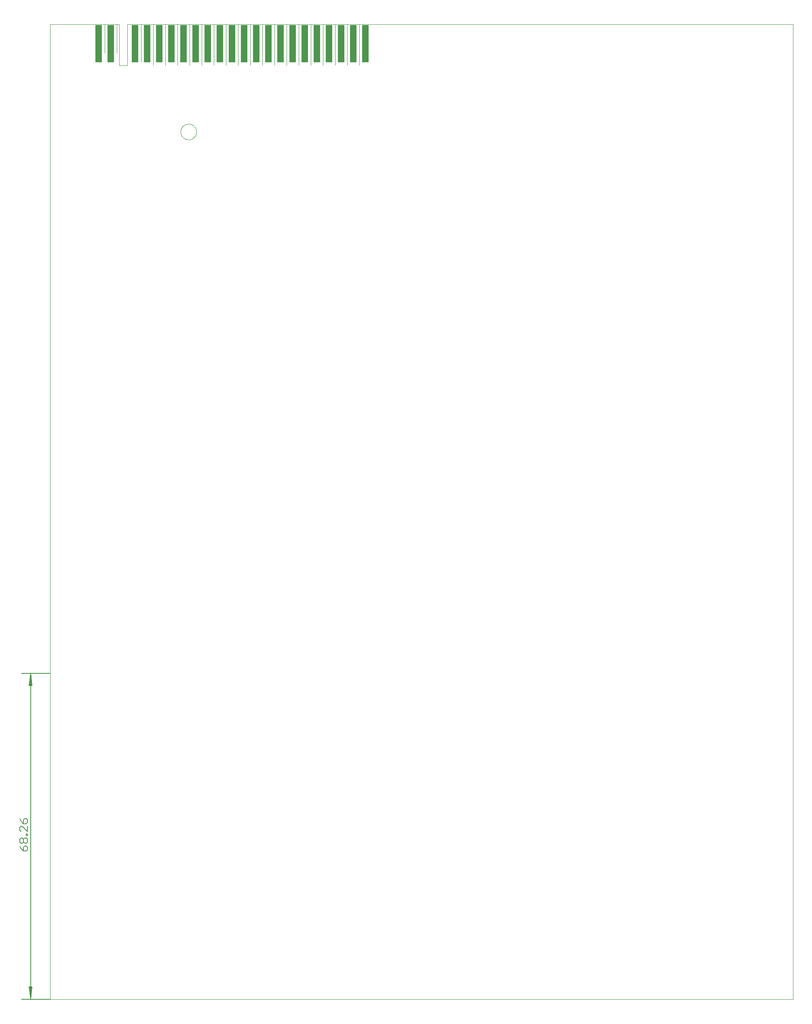
<source format=gbp>
G75*
%MOIN*%
%OFA0B0*%
%FSLAX25Y25*%
%IPPOS*%
%LPD*%
%AMOC8*
5,1,8,0,0,1.08239X$1,22.5*
%
%ADD10C,0.00000*%
%ADD11C,0.00512*%
%ADD12C,0.00600*%
%ADD13R,0.05600X0.31000*%
D10*
X0028845Y0033933D02*
X0028845Y0837683D01*
X0073845Y0837683D01*
X0073845Y0813933D01*
X0083845Y0813933D02*
X0083845Y0837683D01*
X0073845Y0837683D01*
X0083845Y0837683D02*
X0085755Y0837683D01*
X0085755Y0803500D01*
X0092398Y0803500D01*
X0092398Y0837683D01*
X0103845Y0837683D01*
X0103845Y0806433D01*
X0113845Y0803933D02*
X0113845Y0837683D01*
X0103845Y0837683D02*
X0641266Y0837683D01*
X0641266Y0033933D01*
X0028845Y0033933D01*
X0136345Y0748933D02*
X0136347Y0749094D01*
X0136353Y0749254D01*
X0136363Y0749415D01*
X0136377Y0749575D01*
X0136395Y0749735D01*
X0136416Y0749894D01*
X0136442Y0750053D01*
X0136472Y0750211D01*
X0136505Y0750368D01*
X0136543Y0750525D01*
X0136584Y0750680D01*
X0136629Y0750834D01*
X0136678Y0750987D01*
X0136731Y0751139D01*
X0136787Y0751290D01*
X0136848Y0751439D01*
X0136911Y0751587D01*
X0136979Y0751733D01*
X0137050Y0751877D01*
X0137124Y0752019D01*
X0137202Y0752160D01*
X0137284Y0752298D01*
X0137369Y0752435D01*
X0137457Y0752569D01*
X0137549Y0752701D01*
X0137644Y0752831D01*
X0137742Y0752959D01*
X0137843Y0753084D01*
X0137947Y0753206D01*
X0138054Y0753326D01*
X0138164Y0753443D01*
X0138277Y0753558D01*
X0138393Y0753669D01*
X0138512Y0753778D01*
X0138633Y0753883D01*
X0138757Y0753986D01*
X0138883Y0754086D01*
X0139011Y0754182D01*
X0139142Y0754275D01*
X0139276Y0754365D01*
X0139411Y0754452D01*
X0139549Y0754535D01*
X0139688Y0754615D01*
X0139830Y0754691D01*
X0139973Y0754764D01*
X0140118Y0754833D01*
X0140265Y0754899D01*
X0140413Y0754961D01*
X0140563Y0755019D01*
X0140714Y0755074D01*
X0140867Y0755125D01*
X0141021Y0755172D01*
X0141176Y0755215D01*
X0141332Y0755254D01*
X0141488Y0755290D01*
X0141646Y0755321D01*
X0141804Y0755349D01*
X0141963Y0755373D01*
X0142123Y0755393D01*
X0142283Y0755409D01*
X0142443Y0755421D01*
X0142604Y0755429D01*
X0142765Y0755433D01*
X0142925Y0755433D01*
X0143086Y0755429D01*
X0143247Y0755421D01*
X0143407Y0755409D01*
X0143567Y0755393D01*
X0143727Y0755373D01*
X0143886Y0755349D01*
X0144044Y0755321D01*
X0144202Y0755290D01*
X0144358Y0755254D01*
X0144514Y0755215D01*
X0144669Y0755172D01*
X0144823Y0755125D01*
X0144976Y0755074D01*
X0145127Y0755019D01*
X0145277Y0754961D01*
X0145425Y0754899D01*
X0145572Y0754833D01*
X0145717Y0754764D01*
X0145860Y0754691D01*
X0146002Y0754615D01*
X0146141Y0754535D01*
X0146279Y0754452D01*
X0146414Y0754365D01*
X0146548Y0754275D01*
X0146679Y0754182D01*
X0146807Y0754086D01*
X0146933Y0753986D01*
X0147057Y0753883D01*
X0147178Y0753778D01*
X0147297Y0753669D01*
X0147413Y0753558D01*
X0147526Y0753443D01*
X0147636Y0753326D01*
X0147743Y0753206D01*
X0147847Y0753084D01*
X0147948Y0752959D01*
X0148046Y0752831D01*
X0148141Y0752701D01*
X0148233Y0752569D01*
X0148321Y0752435D01*
X0148406Y0752298D01*
X0148488Y0752160D01*
X0148566Y0752019D01*
X0148640Y0751877D01*
X0148711Y0751733D01*
X0148779Y0751587D01*
X0148842Y0751439D01*
X0148903Y0751290D01*
X0148959Y0751139D01*
X0149012Y0750987D01*
X0149061Y0750834D01*
X0149106Y0750680D01*
X0149147Y0750525D01*
X0149185Y0750368D01*
X0149218Y0750211D01*
X0149248Y0750053D01*
X0149274Y0749894D01*
X0149295Y0749735D01*
X0149313Y0749575D01*
X0149327Y0749415D01*
X0149337Y0749254D01*
X0149343Y0749094D01*
X0149345Y0748933D01*
X0149343Y0748772D01*
X0149337Y0748612D01*
X0149327Y0748451D01*
X0149313Y0748291D01*
X0149295Y0748131D01*
X0149274Y0747972D01*
X0149248Y0747813D01*
X0149218Y0747655D01*
X0149185Y0747498D01*
X0149147Y0747341D01*
X0149106Y0747186D01*
X0149061Y0747032D01*
X0149012Y0746879D01*
X0148959Y0746727D01*
X0148903Y0746576D01*
X0148842Y0746427D01*
X0148779Y0746279D01*
X0148711Y0746133D01*
X0148640Y0745989D01*
X0148566Y0745847D01*
X0148488Y0745706D01*
X0148406Y0745568D01*
X0148321Y0745431D01*
X0148233Y0745297D01*
X0148141Y0745165D01*
X0148046Y0745035D01*
X0147948Y0744907D01*
X0147847Y0744782D01*
X0147743Y0744660D01*
X0147636Y0744540D01*
X0147526Y0744423D01*
X0147413Y0744308D01*
X0147297Y0744197D01*
X0147178Y0744088D01*
X0147057Y0743983D01*
X0146933Y0743880D01*
X0146807Y0743780D01*
X0146679Y0743684D01*
X0146548Y0743591D01*
X0146414Y0743501D01*
X0146279Y0743414D01*
X0146141Y0743331D01*
X0146002Y0743251D01*
X0145860Y0743175D01*
X0145717Y0743102D01*
X0145572Y0743033D01*
X0145425Y0742967D01*
X0145277Y0742905D01*
X0145127Y0742847D01*
X0144976Y0742792D01*
X0144823Y0742741D01*
X0144669Y0742694D01*
X0144514Y0742651D01*
X0144358Y0742612D01*
X0144202Y0742576D01*
X0144044Y0742545D01*
X0143886Y0742517D01*
X0143727Y0742493D01*
X0143567Y0742473D01*
X0143407Y0742457D01*
X0143247Y0742445D01*
X0143086Y0742437D01*
X0142925Y0742433D01*
X0142765Y0742433D01*
X0142604Y0742437D01*
X0142443Y0742445D01*
X0142283Y0742457D01*
X0142123Y0742473D01*
X0141963Y0742493D01*
X0141804Y0742517D01*
X0141646Y0742545D01*
X0141488Y0742576D01*
X0141332Y0742612D01*
X0141176Y0742651D01*
X0141021Y0742694D01*
X0140867Y0742741D01*
X0140714Y0742792D01*
X0140563Y0742847D01*
X0140413Y0742905D01*
X0140265Y0742967D01*
X0140118Y0743033D01*
X0139973Y0743102D01*
X0139830Y0743175D01*
X0139688Y0743251D01*
X0139549Y0743331D01*
X0139411Y0743414D01*
X0139276Y0743501D01*
X0139142Y0743591D01*
X0139011Y0743684D01*
X0138883Y0743780D01*
X0138757Y0743880D01*
X0138633Y0743983D01*
X0138512Y0744088D01*
X0138393Y0744197D01*
X0138277Y0744308D01*
X0138164Y0744423D01*
X0138054Y0744540D01*
X0137947Y0744660D01*
X0137843Y0744782D01*
X0137742Y0744907D01*
X0137644Y0745035D01*
X0137549Y0745165D01*
X0137457Y0745297D01*
X0137369Y0745431D01*
X0137284Y0745568D01*
X0137202Y0745706D01*
X0137124Y0745847D01*
X0137050Y0745989D01*
X0136979Y0746133D01*
X0136911Y0746279D01*
X0136848Y0746427D01*
X0136787Y0746576D01*
X0136731Y0746727D01*
X0136678Y0746879D01*
X0136629Y0747032D01*
X0136584Y0747186D01*
X0136543Y0747341D01*
X0136505Y0747498D01*
X0136472Y0747655D01*
X0136442Y0747813D01*
X0136416Y0747972D01*
X0136395Y0748131D01*
X0136377Y0748291D01*
X0136363Y0748451D01*
X0136353Y0748612D01*
X0136347Y0748772D01*
X0136345Y0748933D01*
X0133845Y0803933D02*
X0133845Y0837683D01*
X0123845Y0837683D02*
X0123845Y0803933D01*
X0143845Y0803933D02*
X0143845Y0837683D01*
X0153845Y0837683D02*
X0153845Y0803933D01*
X0163845Y0803933D02*
X0163845Y0837683D01*
X0173845Y0837683D02*
X0173845Y0803933D01*
X0183845Y0803933D02*
X0183845Y0837683D01*
X0193845Y0837683D02*
X0193845Y0803933D01*
X0203845Y0803933D02*
X0203845Y0837683D01*
X0213845Y0837683D02*
X0213845Y0803933D01*
X0223845Y0803933D02*
X0223845Y0837683D01*
X0233845Y0837683D02*
X0233845Y0803933D01*
X0243845Y0803933D02*
X0243845Y0837683D01*
X0253845Y0837683D02*
X0253845Y0803933D01*
X0263845Y0803933D02*
X0263845Y0837683D01*
X0273845Y0837683D02*
X0273845Y0803933D01*
X0283845Y0803933D02*
X0283845Y0837683D01*
D11*
X0028845Y0033933D02*
X0004918Y0033933D01*
X0012595Y0034189D02*
X0013619Y0044169D01*
X0013852Y0044169D02*
X0012595Y0034189D01*
X0011572Y0044169D01*
X0011338Y0044169D02*
X0013852Y0044169D01*
X0013107Y0044169D02*
X0012595Y0034189D01*
X0012083Y0044169D01*
X0011338Y0044169D02*
X0012595Y0034189D01*
X0012595Y0302427D01*
X0013619Y0292447D01*
X0013852Y0292447D02*
X0012595Y0302427D01*
X0011572Y0292447D01*
X0011338Y0292447D02*
X0013852Y0292447D01*
X0013107Y0292447D02*
X0012595Y0302427D01*
X0012083Y0292447D01*
X0011338Y0292447D02*
X0012595Y0302427D01*
X0004918Y0302683D02*
X0028845Y0302683D01*
D12*
X0008966Y0182962D02*
X0007898Y0182962D01*
X0006831Y0181895D01*
X0006831Y0178692D01*
X0008966Y0178692D01*
X0010033Y0179760D01*
X0010033Y0181895D01*
X0008966Y0182962D01*
X0004695Y0180827D02*
X0006831Y0178692D01*
X0005763Y0176517D02*
X0010033Y0172247D01*
X0010033Y0176517D01*
X0005763Y0176517D02*
X0004695Y0176517D01*
X0003628Y0175449D01*
X0003628Y0173314D01*
X0004695Y0172247D01*
X0008966Y0170091D02*
X0010033Y0170091D01*
X0010033Y0169024D01*
X0008966Y0169024D01*
X0008966Y0170091D01*
X0008966Y0166849D02*
X0010033Y0165781D01*
X0010033Y0163646D01*
X0008966Y0162578D01*
X0007898Y0162578D01*
X0006831Y0163646D01*
X0006831Y0165781D01*
X0007898Y0166849D01*
X0008966Y0166849D01*
X0006831Y0165781D02*
X0005763Y0166849D01*
X0004695Y0166849D01*
X0003628Y0165781D01*
X0003628Y0163646D01*
X0004695Y0162578D01*
X0005763Y0162578D01*
X0006831Y0163646D01*
X0007898Y0160403D02*
X0006831Y0159336D01*
X0006831Y0156133D01*
X0008966Y0156133D01*
X0010033Y0157201D01*
X0010033Y0159336D01*
X0008966Y0160403D01*
X0007898Y0160403D01*
X0004695Y0158268D02*
X0006831Y0156133D01*
X0004695Y0158268D02*
X0003628Y0160403D01*
X0004695Y0180827D02*
X0003628Y0182962D01*
D13*
X0068845Y0821433D03*
X0078845Y0821433D03*
X0098845Y0821433D03*
X0108845Y0821433D03*
X0118845Y0821433D03*
X0128845Y0821433D03*
X0138845Y0821433D03*
X0148845Y0821433D03*
X0158845Y0821433D03*
X0168845Y0821433D03*
X0178845Y0821433D03*
X0188845Y0821433D03*
X0198845Y0821433D03*
X0208845Y0821433D03*
X0218845Y0821433D03*
X0228845Y0821433D03*
X0238845Y0821433D03*
X0248845Y0821433D03*
X0258845Y0821433D03*
X0268845Y0821433D03*
X0278845Y0821433D03*
X0288845Y0821433D03*
M02*

</source>
